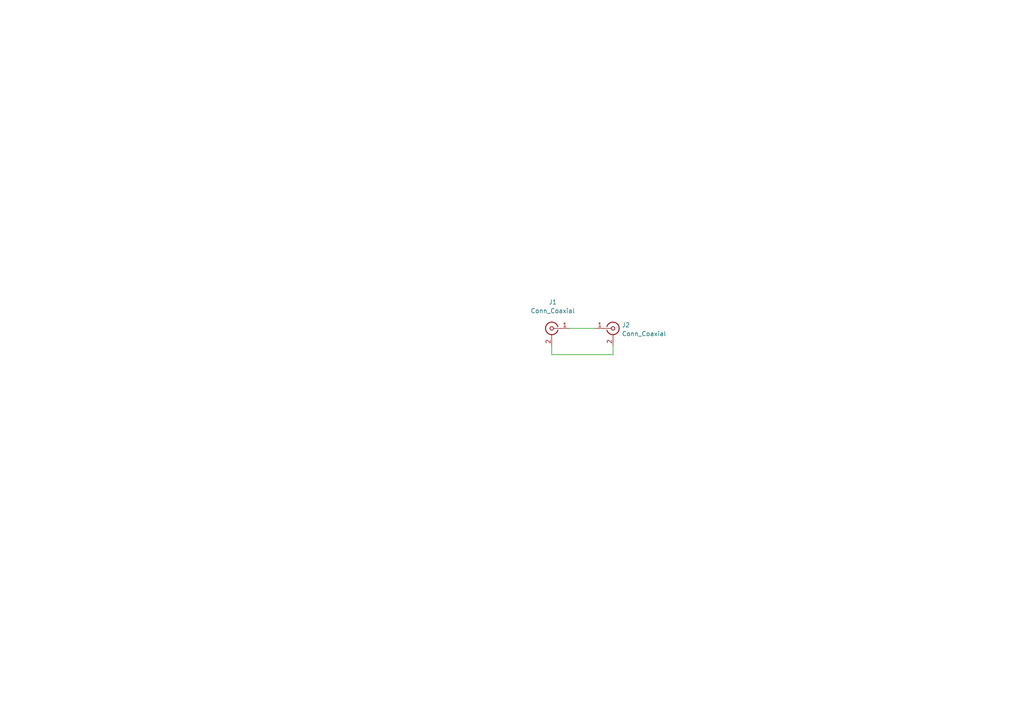
<source format=kicad_sch>
(kicad_sch (version 20211123) (generator eeschema)
  (paper "A4")
  (lib_symbols
    (symbol "Connector:Conn_Coaxial" (pin_names (offset 1.016) hide)
      (property "Reference" "J" (at 0.254 3.048 0))
      (property "Value" "Conn_Coaxial" (at 2.921 0 90))
      (symbol "Conn_Coaxial_0_1"
        (arc (start -1.778 -0.508) (mid 0.2311 -1.8066) (end 1.778 0) (stroke (width 0.254)))
        (polyline (pts (xy -2.54 0) (xy -0.508 0)))
        (polyline (pts (xy 0 -2.54) (xy 0 -1.778)))
        (circle (center 0 0) (radius 0.508) (stroke (width 0.2032)))
        (arc (start 1.778 0) (mid 0.2099 1.8101) (end -1.778 0.508) (stroke (width 0.254)))
      )
      (symbol "Conn_Coaxial_1_1"
        (pin passive line (at -5.08 0 0) (length 2.54) (name "In") (number "1"))
        (pin passive line (at 0 -5.08 90) (length 2.54) (name "Ext") (number "2"))
      )
    )
  )
  (wire (pts (xy 160.02 102.87) (xy 177.8 102.87)))
  (wire (pts (xy 160.02 100.33) (xy 160.02 102.87)))
  (wire (pts (xy 177.8 102.87) (xy 177.8 100.33)))
  (wire (pts (xy 165.1 95.25) (xy 172.72 95.25)))
  (symbol (lib_id "Connector:Conn_Coaxial") (at 160.02 95.25 0) (mirror y) (unit 1)
    (property "Reference" "J1" (at 160.3374 87.63 0))
    (property "Value" "Conn_Coaxial" (at 160.3374 90.17 0))
    (property "Footprint" "Connector_Coaxial:SMA_Amphenol_132134-11_Vertical" (effects hide))
    (property "Datasheet" " ~" (effects hide))
  )
  (symbol (lib_id "Connector:Conn_Coaxial") (at 177.8 95.25 0) (unit 1)
    (property "Reference" "J2" (at 180.34 94.2731 0) (effects (justify left)))
    (property "Value" "Conn_Coaxial" (at 180.34 96.8131 0) (effects (justify left)))
    (property "Footprint" "Connector_Coaxial:U.FL_Molex_MCRF_73412-0110_Vertical" (effects hide))
    (property "Datasheet" " ~" (effects hide))
  )
)
</source>
